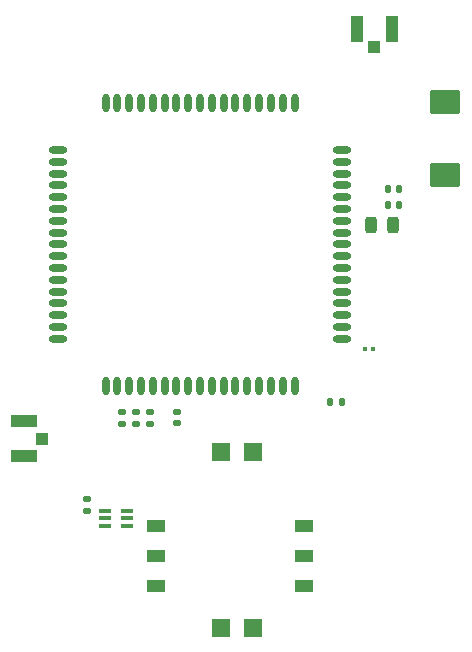
<source format=gbr>
G04 #@! TF.GenerationSoftware,KiCad,Pcbnew,9.0.5*
G04 #@! TF.CreationDate,2025-12-11T22:36:07+05:30*
G04 #@! TF.ProjectId,GPS_with_STM32,4750535f-7769-4746-985f-53544d33322e,rev?*
G04 #@! TF.SameCoordinates,Original*
G04 #@! TF.FileFunction,Paste,Bot*
G04 #@! TF.FilePolarity,Positive*
%FSLAX46Y46*%
G04 Gerber Fmt 4.6, Leading zero omitted, Abs format (unit mm)*
G04 Created by KiCad (PCBNEW 9.0.5) date 2025-12-11 22:36:07*
%MOMM*%
%LPD*%
G01*
G04 APERTURE LIST*
G04 Aperture macros list*
%AMRoundRect*
0 Rectangle with rounded corners*
0 $1 Rounding radius*
0 $2 $3 $4 $5 $6 $7 $8 $9 X,Y pos of 4 corners*
0 Add a 4 corners polygon primitive as box body*
4,1,4,$2,$3,$4,$5,$6,$7,$8,$9,$2,$3,0*
0 Add four circle primitives for the rounded corners*
1,1,$1+$1,$2,$3*
1,1,$1+$1,$4,$5*
1,1,$1+$1,$6,$7*
1,1,$1+$1,$8,$9*
0 Add four rect primitives between the rounded corners*
20,1,$1+$1,$2,$3,$4,$5,0*
20,1,$1+$1,$4,$5,$6,$7,0*
20,1,$1+$1,$6,$7,$8,$9,0*
20,1,$1+$1,$8,$9,$2,$3,0*%
G04 Aperture macros list end*
%ADD10RoundRect,0.135000X-0.185000X0.135000X-0.185000X-0.135000X0.185000X-0.135000X0.185000X0.135000X0*%
%ADD11R,1.050000X2.200000*%
%ADD12R,1.050000X1.000000*%
%ADD13RoundRect,0.250000X1.045000X-0.785000X1.045000X0.785000X-1.045000X0.785000X-1.045000X-0.785000X0*%
%ADD14RoundRect,0.140000X0.140000X0.170000X-0.140000X0.170000X-0.140000X-0.170000X0.140000X-0.170000X0*%
%ADD15R,2.200000X1.050000*%
%ADD16R,1.000000X1.050000*%
%ADD17RoundRect,0.140000X-0.170000X0.140000X-0.170000X-0.140000X0.170000X-0.140000X0.170000X0.140000X0*%
%ADD18RoundRect,0.079500X0.079500X0.100500X-0.079500X0.100500X-0.079500X-0.100500X0.079500X-0.100500X0*%
%ADD19O,1.600000X0.600000*%
%ADD20O,0.600000X1.600000*%
%ADD21R,1.500000X1.000000*%
%ADD22R,1.600000X1.500000*%
%ADD23RoundRect,0.243750X0.243750X0.456250X-0.243750X0.456250X-0.243750X-0.456250X0.243750X-0.456250X0*%
%ADD24RoundRect,0.135000X0.135000X0.185000X-0.135000X0.185000X-0.135000X-0.185000X0.135000X-0.185000X0*%
%ADD25RoundRect,0.097500X0.432500X0.097500X-0.432500X0.097500X-0.432500X-0.097500X0.432500X-0.097500X0*%
G04 APERTURE END LIST*
D10*
X70973208Y-70691753D03*
X70973208Y-71711753D03*
D11*
X91400000Y-38250000D03*
X88450000Y-38250000D03*
D12*
X89925000Y-39775000D03*
D10*
X69789902Y-70689999D03*
X69789902Y-71709999D03*
X68570629Y-70689999D03*
X68570629Y-71709999D03*
D13*
X95950000Y-50670000D03*
X95950000Y-44430000D03*
D14*
X92017080Y-51808560D03*
X91057080Y-51808560D03*
D15*
X60291219Y-71492155D03*
X60291219Y-74442155D03*
D16*
X61816219Y-72967155D03*
D14*
X92019267Y-53201232D03*
X91059267Y-53201232D03*
D17*
X65644534Y-78113119D03*
X65644534Y-79073119D03*
D18*
X89820000Y-65375000D03*
X89130000Y-65375000D03*
D19*
X87174646Y-48526031D03*
X87174646Y-49526031D03*
X87174646Y-50526031D03*
X87174646Y-51526031D03*
X87174646Y-52526031D03*
X87174646Y-53526031D03*
X87174646Y-54526031D03*
X87174646Y-55526031D03*
X87174646Y-56526031D03*
X87174646Y-57526031D03*
X87174646Y-58526031D03*
X87174646Y-59526031D03*
X87174646Y-60526031D03*
X87174646Y-61526031D03*
X87174646Y-62526031D03*
X87174646Y-63526031D03*
X87174646Y-64526031D03*
D20*
X83174646Y-68526031D03*
X82174646Y-68526031D03*
X81174646Y-68526031D03*
X80174646Y-68526031D03*
X79174646Y-68526031D03*
X78174646Y-68526031D03*
X77174646Y-68526031D03*
X76174646Y-68526031D03*
X75174646Y-68526031D03*
X74174646Y-68526031D03*
X73174646Y-68526031D03*
X72174646Y-68526031D03*
X71174646Y-68526031D03*
X70174646Y-68526031D03*
X69174646Y-68526031D03*
X68174646Y-68526031D03*
X67174646Y-68526031D03*
D19*
X63174646Y-64526031D03*
X63174646Y-63526031D03*
X63174646Y-62526031D03*
X63174646Y-61526031D03*
X63174646Y-60526031D03*
X63174646Y-59526031D03*
X63174646Y-58526031D03*
X63174646Y-57526031D03*
X63174646Y-56526031D03*
X63174646Y-55526031D03*
X63174646Y-54526031D03*
X63174646Y-53526031D03*
X63174646Y-52526031D03*
X63174646Y-51526031D03*
X63174646Y-50526031D03*
X63174646Y-49526031D03*
X63174646Y-48526031D03*
D20*
X67174646Y-44526031D03*
X68174646Y-44526031D03*
X69174646Y-44526031D03*
X70174646Y-44526031D03*
X71174646Y-44526031D03*
X72174646Y-44526031D03*
X73174646Y-44526031D03*
X74174646Y-44526031D03*
X75174646Y-44526031D03*
X76174646Y-44526031D03*
X77174646Y-44526031D03*
X78174646Y-44526031D03*
X79174646Y-44526031D03*
X80174646Y-44526031D03*
X81174646Y-44526031D03*
X82174646Y-44526031D03*
X83174646Y-44526031D03*
D21*
X84015927Y-85418247D03*
X84015927Y-82878247D03*
X84015927Y-80338247D03*
X71415927Y-85418247D03*
X71415927Y-82878247D03*
X71415927Y-80338247D03*
D22*
X76965927Y-74068247D03*
X79665927Y-74068247D03*
X76965927Y-88968247D03*
X79665927Y-88968247D03*
D17*
X73229426Y-70713642D03*
X73229426Y-71673642D03*
D23*
X91547822Y-54883875D03*
X89672822Y-54883875D03*
D24*
X87169299Y-69842856D03*
X86149299Y-69842856D03*
D25*
X69021985Y-79062201D03*
X69021985Y-79712201D03*
X69021985Y-80362201D03*
X67151985Y-80362201D03*
X67151985Y-79712201D03*
X67151985Y-79062201D03*
M02*

</source>
